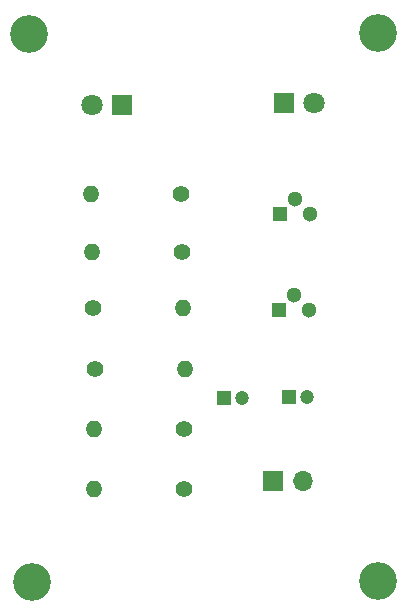
<source format=gbr>
%TF.GenerationSoftware,KiCad,Pcbnew,7.0.6*%
%TF.CreationDate,2023-09-30T16:03:16+02:00*%
%TF.ProjectId,bc546b-astable-multivibrator,62633534-3662-42d6-9173-7461626c652d,0*%
%TF.SameCoordinates,Original*%
%TF.FileFunction,Soldermask,Bot*%
%TF.FilePolarity,Negative*%
%FSLAX46Y46*%
G04 Gerber Fmt 4.6, Leading zero omitted, Abs format (unit mm)*
G04 Created by KiCad (PCBNEW 7.0.6) date 2023-09-30 16:03:16*
%MOMM*%
%LPD*%
G01*
G04 APERTURE LIST*
%ADD10R,1.200000X1.200000*%
%ADD11C,1.200000*%
%ADD12C,3.200000*%
%ADD13C,1.400000*%
%ADD14O,1.400000X1.400000*%
%ADD15R,1.300000X1.300000*%
%ADD16C,1.300000*%
%ADD17R,1.700000X1.700000*%
%ADD18O,1.700000X1.700000*%
%ADD19R,1.800000X1.800000*%
%ADD20C,1.800000*%
G04 APERTURE END LIST*
D10*
%TO.C,C2*%
X99443915Y-76221520D03*
D11*
X100943915Y-76221520D03*
%TD*%
D12*
%TO.C,REF\u002A\u002A*%
X83166514Y-91821520D03*
%TD*%
D13*
%TO.C,R6*%
X96006514Y-83921520D03*
D14*
X88386514Y-83921520D03*
%TD*%
D10*
%TO.C,C1*%
X104943915Y-76121520D03*
D11*
X106443915Y-76121520D03*
%TD*%
D12*
%TO.C,REF\u002A\u002A*%
X112466514Y-91721520D03*
%TD*%
D13*
%TO.C,R3*%
X88356514Y-68621520D03*
D14*
X95976514Y-68621520D03*
%TD*%
D15*
%TO.C,BC546B1*%
X104126514Y-60621520D03*
D16*
X105396514Y-59351520D03*
X106666514Y-60621520D03*
%TD*%
D13*
%TO.C,R1*%
X95766514Y-58921520D03*
D14*
X88146514Y-58921520D03*
%TD*%
D13*
%TO.C,R5*%
X96006514Y-78841520D03*
D14*
X88386514Y-78841520D03*
%TD*%
D13*
%TO.C,R4*%
X88456514Y-73721520D03*
D14*
X96076514Y-73721520D03*
%TD*%
D17*
%TO.C,BT1*%
X103591514Y-83221520D03*
D18*
X106131514Y-83221520D03*
%TD*%
D15*
%TO.C,BC546B2*%
X104026514Y-68721520D03*
D16*
X105296514Y-67451520D03*
X106566514Y-68721520D03*
%TD*%
D19*
%TO.C,D1*%
X90800000Y-51400000D03*
D20*
X88260000Y-51400000D03*
%TD*%
D12*
%TO.C,REF\u002A\u002A*%
X112466514Y-45321520D03*
%TD*%
%TO.C,REF\u002A\u002A*%
X82866514Y-45421520D03*
%TD*%
D19*
%TO.C,D2*%
X104466514Y-51221520D03*
D20*
X107006514Y-51221520D03*
%TD*%
D13*
%TO.C,R2*%
X95866514Y-63821520D03*
D14*
X88246514Y-63821520D03*
%TD*%
M02*

</source>
